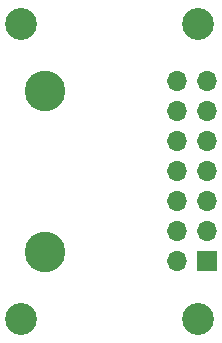
<source format=gbs>
G04 #@! TF.GenerationSoftware,KiCad,Pcbnew,7.0.0-da2b9df05c~163~ubuntu22.04.1*
G04 #@! TF.CreationDate,2023-03-12T19:03:42+00:00*
G04 #@! TF.ProjectId,simpleadapter14f,73696d70-6c65-4616-9461-707465723134,rev?*
G04 #@! TF.SameCoordinates,Original*
G04 #@! TF.FileFunction,Soldermask,Bot*
G04 #@! TF.FilePolarity,Negative*
%FSLAX46Y46*%
G04 Gerber Fmt 4.6, Leading zero omitted, Abs format (unit mm)*
G04 Created by KiCad (PCBNEW 7.0.0-da2b9df05c~163~ubuntu22.04.1) date 2023-03-12 19:03:42*
%MOMM*%
%LPD*%
G01*
G04 APERTURE LIST*
%ADD10C,0.001000*%
%ADD11C,3.438000*%
%ADD12C,2.700000*%
%ADD13R,1.700000X1.700000*%
%ADD14O,1.700000X1.700000*%
G04 APERTURE END LIST*
D10*
X151970000Y-91200000D03*
X151970000Y-98000000D03*
D11*
X151970000Y-87800000D03*
X151970000Y-101400000D03*
D12*
X165000000Y-107100000D03*
D13*
X165699999Y-102219999D03*
D14*
X163159999Y-102219999D03*
X165699999Y-99679999D03*
X163159999Y-99679999D03*
X165699999Y-97139999D03*
X163159999Y-97139999D03*
X165699999Y-94599999D03*
X163159999Y-94599999D03*
X165699999Y-92059999D03*
X163159999Y-92059999D03*
X165699999Y-89519999D03*
X163159999Y-89519999D03*
X165699999Y-86979999D03*
X163159999Y-86979999D03*
D12*
X150000000Y-107100000D03*
X150000000Y-82100000D03*
X165000000Y-82100000D03*
M02*

</source>
